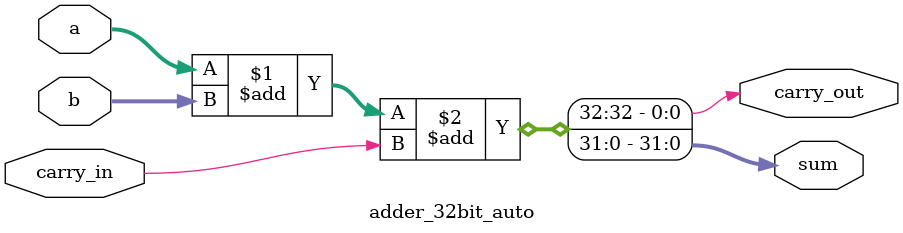
<source format=sv>
`timescale 1ns / 10ps

module adder_32bit_auto #() (
    input logic [31:0]a,
    input logic [31:0]b,
    input logic carry_in,
    output logic [31:0]sum,
    output logic carry_out
);

assign {carry_out, sum} = a + b + carry_in;

endmodule


</source>
